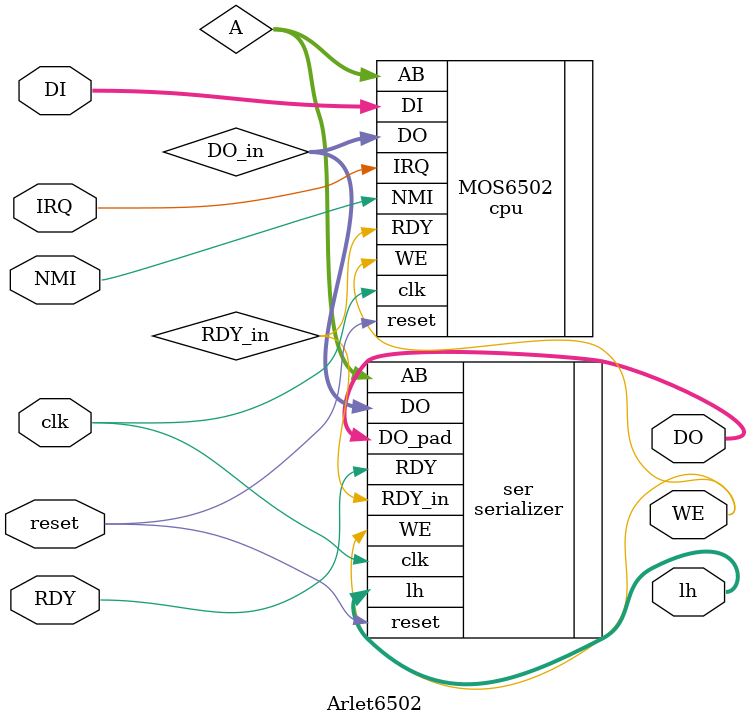
<source format=v>
/*
 * Bare wrapper around code mainly to give module the right name
 */

`include "ALU.v"
`include "cpu_syncreset.v"
`include "serializer.v"

module Arlet6502(clk, reset, DI, DO, WE, IRQ, NMI, RDY, lh);

input clk;              // CPU clock 
input reset;            // reset signal
input [7:0] DI;         // data in, read bus
output [7:0] DO;        // data out or address, write bus
output WE;              // write enable
input IRQ;              // interrupt request
input NMI;              // non-maskable interrupt request
input RDY;              // Ready signal. Pauses CPU when RDY=0
output [1:0] lh;        // information about data on DO  

wire RDY_in;            // internal RDY pauses if serializer not ready A
wire [15:0] A;          // address bus from CPU
wire [7:0] DO_in;       // data out from CPU   
   
cpu MOS6502(
    .clk(clk), .reset(reset), .AB(A), .DI(DI), .DO(DO_in), .WE(WE),
    .IRQ(IRQ), .NMI(NMI), .RDY(RDY_in)
);

serializer ser(
	       .clk(clk),
	       .reset(reset),
	       .AB(A),
	       .DO(DO_in),
	       .WE(WE),
	       .RDY(RDY),
	       .RDY_in(RDY_in),
	       .DO_pad(DO),
	       .lh(lh));

endmodule // Arlet6502

</source>
